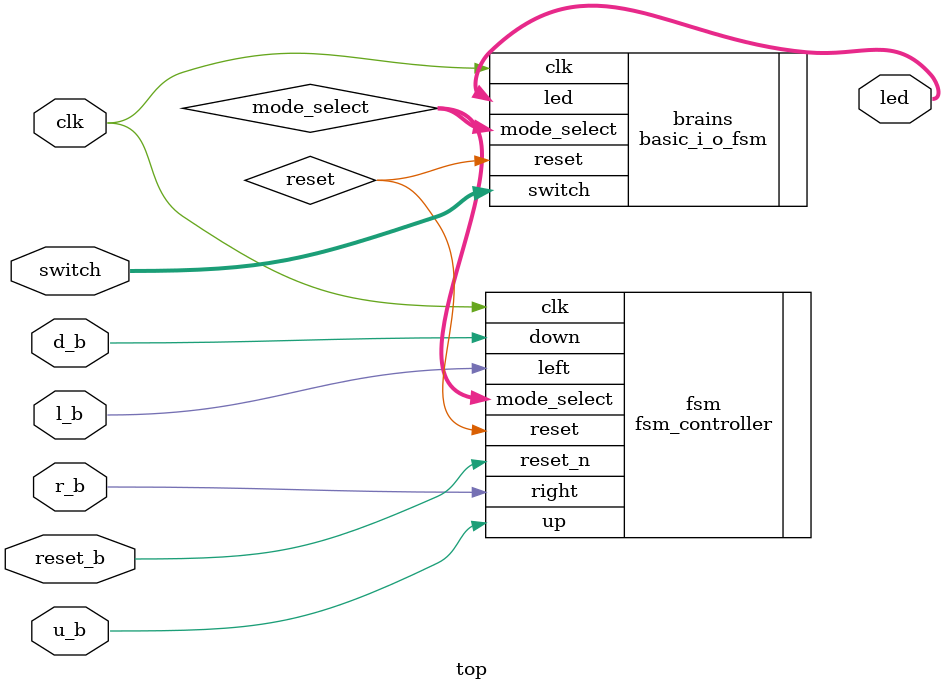
<source format=v>
`timescale 1ns / 1ps


module top(
    input l_b,
    input r_b,
    input u_b,
    input d_b,
    input clk,
    input reset_b,
    input [7:0] switch,
    
    output [7:0] led
);
    
wire [1:0] mode_select;
wire reset;
    
fsm_controller fsm(

     .clk(clk), 
     .up(u_b),
     .down(d_b),
     .left(l_b),
     .right(r_b),
     .reset_n(reset_b),
     .mode_select(mode_select),
     .reset(reset)

); 
 
basic_i_o_fsm brains(

     .clk(clk),
     .reset(reset),
     .switch(switch),
     .mode_select(mode_select),
     .led(led)
);
    
    
    
endmodule

</source>
